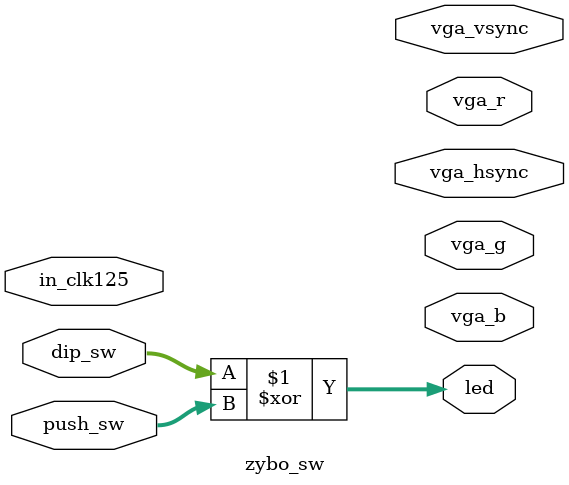
<source format=v>



`timescale 1ns / 1ps
`default_nettype none


module zybo_sw
        (
            input   wire            in_clk125,
            
            output  wire            vga_hsync,
            output  wire            vga_vsync,
            output  wire    [4:0]   vga_r,
            output  wire    [5:0]   vga_g,
            output  wire    [4:0]   vga_b,
            
            input   wire    [3:0]   push_sw,
            input   wire    [3:0]   dip_sw,
            output  wire    [3:0]   led
        );
    
    
    assign led = dip_sw ^ push_sw;
    
    
endmodule


`default_nettype wire


// endof file

</source>
